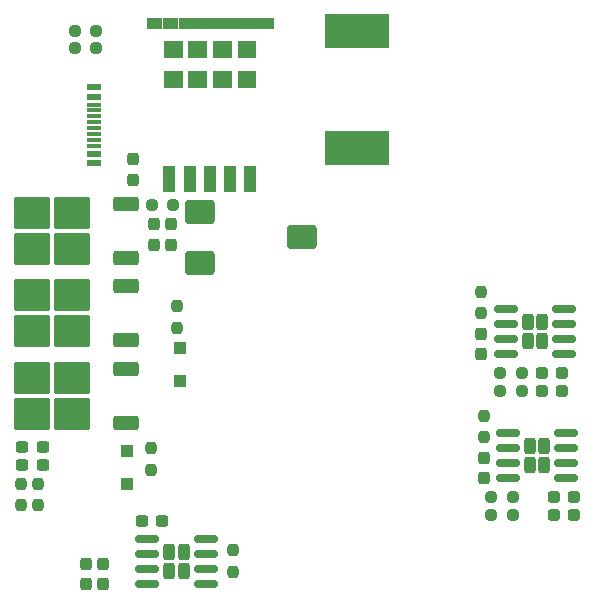
<source format=gbr>
%TF.GenerationSoftware,KiCad,Pcbnew,9.0.2*%
%TF.CreationDate,2025-10-13T00:09:24+02:00*%
%TF.ProjectId,STM32 RC AUTO,53544d33-3220-4524-9320-4155544f2e6b,rev?*%
%TF.SameCoordinates,Original*%
%TF.FileFunction,Paste,Top*%
%TF.FilePolarity,Positive*%
%FSLAX46Y46*%
G04 Gerber Fmt 4.6, Leading zero omitted, Abs format (unit mm)*
G04 Created by KiCad (PCBNEW 9.0.2) date 2025-10-13 00:09:24*
%MOMM*%
%LPD*%
G01*
G04 APERTURE LIST*
G04 Aperture macros list*
%AMRoundRect*
0 Rectangle with rounded corners*
0 $1 Rounding radius*
0 $2 $3 $4 $5 $6 $7 $8 $9 X,Y pos of 4 corners*
0 Add a 4 corners polygon primitive as box body*
4,1,4,$2,$3,$4,$5,$6,$7,$8,$9,$2,$3,0*
0 Add four circle primitives for the rounded corners*
1,1,$1+$1,$2,$3*
1,1,$1+$1,$4,$5*
1,1,$1+$1,$6,$7*
1,1,$1+$1,$8,$9*
0 Add four rect primitives between the rounded corners*
20,1,$1+$1,$2,$3,$4,$5,0*
20,1,$1+$1,$4,$5,$6,$7,0*
20,1,$1+$1,$6,$7,$8,$9,0*
20,1,$1+$1,$8,$9,$2,$3,0*%
G04 Aperture macros list end*
%ADD10C,0.010000*%
%ADD11R,1.070000X2.160000*%
%ADD12RoundRect,0.250000X-1.000000X-0.750000X1.000000X-0.750000X1.000000X0.750000X-1.000000X0.750000X0*%
%ADD13RoundRect,0.237500X0.250000X0.237500X-0.250000X0.237500X-0.250000X-0.237500X0.250000X-0.237500X0*%
%ADD14RoundRect,0.237500X-0.250000X-0.237500X0.250000X-0.237500X0.250000X0.237500X-0.250000X0.237500X0*%
%ADD15RoundRect,0.237500X-0.237500X0.287500X-0.237500X-0.287500X0.237500X-0.287500X0.237500X0.287500X0*%
%ADD16RoundRect,0.237500X-0.237500X0.250000X-0.237500X-0.250000X0.237500X-0.250000X0.237500X0.250000X0*%
%ADD17RoundRect,0.237500X0.237500X-0.250000X0.237500X0.250000X-0.237500X0.250000X-0.237500X-0.250000X0*%
%ADD18RoundRect,0.250000X0.300000X-0.300000X0.300000X0.300000X-0.300000X0.300000X-0.300000X-0.300000X0*%
%ADD19RoundRect,0.237500X0.287500X0.237500X-0.287500X0.237500X-0.287500X-0.237500X0.287500X-0.237500X0*%
%ADD20RoundRect,0.237500X-0.237500X0.300000X-0.237500X-0.300000X0.237500X-0.300000X0.237500X0.300000X0*%
%ADD21RoundRect,0.237500X0.300000X0.237500X-0.300000X0.237500X-0.300000X-0.237500X0.300000X-0.237500X0*%
%ADD22RoundRect,0.150000X-0.825000X-0.150000X0.825000X-0.150000X0.825000X0.150000X-0.825000X0.150000X0*%
%ADD23RoundRect,0.250000X-0.255000X-0.440000X0.255000X-0.440000X0.255000X0.440000X-0.255000X0.440000X0*%
%ADD24RoundRect,0.150000X0.825000X0.150000X-0.825000X0.150000X-0.825000X-0.150000X0.825000X-0.150000X0*%
%ADD25RoundRect,0.250000X0.255000X0.440000X-0.255000X0.440000X-0.255000X-0.440000X0.255000X-0.440000X0*%
%ADD26RoundRect,0.237500X-0.300000X-0.237500X0.300000X-0.237500X0.300000X0.237500X-0.300000X0.237500X0*%
%ADD27R,5.400000X2.900000*%
%ADD28RoundRect,0.250000X1.275000X1.125000X-1.275000X1.125000X-1.275000X-1.125000X1.275000X-1.125000X0*%
%ADD29RoundRect,0.250000X0.850000X0.350000X-0.850000X0.350000X-0.850000X-0.350000X0.850000X-0.350000X0*%
%ADD30R,1.240000X0.600000*%
%ADD31R,1.240000X0.300000*%
G04 APERTURE END LIST*
D10*
%TO.C,VR1*%
X66135000Y-101795000D02*
X64625000Y-101795000D01*
X64625000Y-100395000D01*
X66135000Y-100395000D01*
X66135000Y-101795000D01*
G36*
X66135000Y-101795000D02*
G01*
X64625000Y-101795000D01*
X64625000Y-100395000D01*
X66135000Y-100395000D01*
X66135000Y-101795000D01*
G37*
X68215000Y-101795000D02*
X66705000Y-101795000D01*
X66705000Y-100395000D01*
X68215000Y-100395000D01*
X68215000Y-101795000D01*
G36*
X68215000Y-101795000D02*
G01*
X66705000Y-101795000D01*
X66705000Y-100395000D01*
X68215000Y-100395000D01*
X68215000Y-101795000D01*
G37*
X70295000Y-101795000D02*
X68785000Y-101795000D01*
X68785000Y-100395000D01*
X70295000Y-100395000D01*
X70295000Y-101795000D01*
G36*
X70295000Y-101795000D02*
G01*
X68785000Y-101795000D01*
X68785000Y-100395000D01*
X70295000Y-100395000D01*
X70295000Y-101795000D01*
G37*
X72375000Y-101795000D02*
X70865000Y-101795000D01*
X70865000Y-100395000D01*
X72375000Y-100395000D01*
X72375000Y-101795000D01*
G36*
X72375000Y-101795000D02*
G01*
X70865000Y-101795000D01*
X70865000Y-100395000D01*
X72375000Y-100395000D01*
X72375000Y-101795000D01*
G37*
X66135000Y-99255000D02*
X64625000Y-99255000D01*
X64625000Y-97855000D01*
X66135000Y-97855000D01*
X66135000Y-99255000D01*
G36*
X66135000Y-99255000D02*
G01*
X64625000Y-99255000D01*
X64625000Y-97855000D01*
X66135000Y-97855000D01*
X66135000Y-99255000D01*
G37*
X68215000Y-99255000D02*
X66705000Y-99255000D01*
X66705000Y-97855000D01*
X68215000Y-97855000D01*
X68215000Y-99255000D01*
G36*
X68215000Y-99255000D02*
G01*
X66705000Y-99255000D01*
X66705000Y-97855000D01*
X68215000Y-97855000D01*
X68215000Y-99255000D01*
G37*
X70295000Y-99255000D02*
X68785000Y-99255000D01*
X68785000Y-97855000D01*
X70295000Y-97855000D01*
X70295000Y-99255000D01*
G36*
X70295000Y-99255000D02*
G01*
X68785000Y-99255000D01*
X68785000Y-97855000D01*
X70295000Y-97855000D01*
X70295000Y-99255000D01*
G37*
X72375000Y-99255000D02*
X70865000Y-99255000D01*
X70865000Y-97855000D01*
X72375000Y-97855000D01*
X72375000Y-99255000D01*
G36*
X72375000Y-99255000D02*
G01*
X70865000Y-99255000D01*
X70865000Y-97855000D01*
X72375000Y-97855000D01*
X72375000Y-99255000D01*
G37*
X64385000Y-96755000D02*
X63165000Y-96755000D01*
X63165000Y-95905000D01*
X64385000Y-95905000D01*
X64385000Y-96755000D01*
G36*
X64385000Y-96755000D02*
G01*
X63165000Y-96755000D01*
X63165000Y-95905000D01*
X64385000Y-95905000D01*
X64385000Y-96755000D01*
G37*
X65735000Y-96755000D02*
X64515000Y-96755000D01*
X64515000Y-95905000D01*
X65735000Y-95905000D01*
X65735000Y-96755000D01*
G36*
X65735000Y-96755000D02*
G01*
X64515000Y-96755000D01*
X64515000Y-95905000D01*
X65735000Y-95905000D01*
X65735000Y-96755000D01*
G37*
X67085000Y-96755000D02*
X65865000Y-96755000D01*
X65865000Y-95905000D01*
X67085000Y-95905000D01*
X67085000Y-96755000D01*
G36*
X67085000Y-96755000D02*
G01*
X65865000Y-96755000D01*
X65865000Y-95905000D01*
X67085000Y-95905000D01*
X67085000Y-96755000D01*
G37*
X68435000Y-96755000D02*
X67215000Y-96755000D01*
X67215000Y-95905000D01*
X68435000Y-95905000D01*
X68435000Y-96755000D01*
G36*
X68435000Y-96755000D02*
G01*
X67215000Y-96755000D01*
X67215000Y-95905000D01*
X68435000Y-95905000D01*
X68435000Y-96755000D01*
G37*
X69785000Y-96755000D02*
X68565000Y-96755000D01*
X68565000Y-95905000D01*
X69785000Y-95905000D01*
X69785000Y-96755000D01*
G36*
X69785000Y-96755000D02*
G01*
X68565000Y-96755000D01*
X68565000Y-95905000D01*
X69785000Y-95905000D01*
X69785000Y-96755000D01*
G37*
X71135000Y-96755000D02*
X69915000Y-96755000D01*
X69915000Y-95905000D01*
X71135000Y-95905000D01*
X71135000Y-96755000D01*
G36*
X71135000Y-96755000D02*
G01*
X69915000Y-96755000D01*
X69915000Y-95905000D01*
X71135000Y-95905000D01*
X71135000Y-96755000D01*
G37*
X72485000Y-96755000D02*
X71265000Y-96755000D01*
X71265000Y-95905000D01*
X72485000Y-95905000D01*
X72485000Y-96755000D01*
G36*
X72485000Y-96755000D02*
G01*
X71265000Y-96755000D01*
X71265000Y-95905000D01*
X72485000Y-95905000D01*
X72485000Y-96755000D01*
G37*
X73835000Y-96755000D02*
X72615000Y-96755000D01*
X72615000Y-95905000D01*
X73835000Y-95905000D01*
X73835000Y-96755000D01*
G36*
X73835000Y-96755000D02*
G01*
X72615000Y-96755000D01*
X72615000Y-95905000D01*
X73835000Y-95905000D01*
X73835000Y-96755000D01*
G37*
%TD*%
D11*
%TO.C,VR1*%
X71900000Y-109545000D03*
X70200000Y-109545000D03*
X68500000Y-109545000D03*
X66800000Y-109545000D03*
X65100000Y-109545000D03*
%TD*%
D12*
%TO.C,RV2*%
X67675000Y-112350000D03*
X76325000Y-114500000D03*
X67675000Y-116650000D03*
%TD*%
D13*
%TO.C,R1*%
X63587500Y-111750000D03*
X65412500Y-111750000D03*
%TD*%
D14*
%TO.C,R10*%
X94912500Y-126000000D03*
X93087500Y-126000000D03*
%TD*%
D15*
%TO.C,D1*%
X59500000Y-142125000D03*
X59500000Y-143875000D03*
%TD*%
D16*
%TO.C,R15*%
X63500000Y-132337500D03*
X63500000Y-134162500D03*
%TD*%
D17*
%TO.C,R14*%
X65750000Y-122162500D03*
X65750000Y-120337500D03*
%TD*%
%TO.C,R12*%
X91500000Y-120912500D03*
X91500000Y-119087500D03*
%TD*%
D14*
%TO.C,R11*%
X93087500Y-127500000D03*
X94912500Y-127500000D03*
%TD*%
D17*
%TO.C,R9*%
X91750000Y-131412500D03*
X91750000Y-129587500D03*
%TD*%
D13*
%TO.C,R8*%
X94162500Y-138000000D03*
X92337500Y-138000000D03*
%TD*%
%TO.C,R7*%
X94162500Y-136500000D03*
X92337500Y-136500000D03*
%TD*%
D16*
%TO.C,R6*%
X54000000Y-135337500D03*
X54000000Y-137162500D03*
%TD*%
%TO.C,R5*%
X52500000Y-135337500D03*
X52500000Y-137162500D03*
%TD*%
D17*
%TO.C,R4*%
X70500000Y-142825000D03*
X70500000Y-141000000D03*
%TD*%
D18*
%TO.C,D9*%
X66000000Y-126650000D03*
X66000000Y-123850000D03*
%TD*%
%TO.C,D8*%
X61500000Y-135400000D03*
X61500000Y-132600000D03*
%TD*%
D19*
%TO.C,D6*%
X98375000Y-127500000D03*
X96625000Y-127500000D03*
%TD*%
%TO.C,D5*%
X98375000Y-126000000D03*
X96625000Y-126000000D03*
%TD*%
%TO.C,D4*%
X99375000Y-138000000D03*
X97625000Y-138000000D03*
%TD*%
%TO.C,D3*%
X99375000Y-136500000D03*
X97625000Y-136500000D03*
%TD*%
D15*
%TO.C,D2*%
X58000000Y-142125000D03*
X58000000Y-143875000D03*
%TD*%
D20*
%TO.C,C4*%
X91500000Y-122637500D03*
X91500000Y-124362500D03*
%TD*%
%TO.C,C3*%
X91750000Y-133137500D03*
X91750000Y-134862500D03*
%TD*%
D21*
%TO.C,C2*%
X64475000Y-138500000D03*
X62750000Y-138500000D03*
%TD*%
D22*
%TO.C,U6*%
X98675000Y-131045000D03*
X98675000Y-132315000D03*
X98675000Y-133585000D03*
X98675000Y-134855000D03*
X93725000Y-134855000D03*
X93725000Y-133585000D03*
X93725000Y-132315000D03*
X93725000Y-131045000D03*
D23*
X96800000Y-133775000D03*
X96800000Y-132125000D03*
X95600000Y-133775000D03*
X95600000Y-132125000D03*
%TD*%
D24*
%TO.C,U3*%
X63225000Y-143855000D03*
X63225000Y-142585000D03*
X63225000Y-141315000D03*
X63225000Y-140045000D03*
X68175000Y-140045000D03*
X68175000Y-141315000D03*
X68175000Y-142585000D03*
X68175000Y-143855000D03*
D25*
X65100000Y-141125000D03*
X65100000Y-142775000D03*
X66300000Y-141125000D03*
X66300000Y-142775000D03*
%TD*%
D22*
%TO.C,U8*%
X98525000Y-120545000D03*
X98525000Y-121815000D03*
X98525000Y-123085000D03*
X98525000Y-124355000D03*
X93575000Y-124355000D03*
X93575000Y-123085000D03*
X93575000Y-121815000D03*
X93575000Y-120545000D03*
D23*
X96650000Y-123275000D03*
X96650000Y-121625000D03*
X95450000Y-123275000D03*
X95450000Y-121625000D03*
%TD*%
D20*
%TO.C,C9*%
X65250000Y-113387500D03*
X65250000Y-115112500D03*
%TD*%
%TO.C,C8*%
X63750000Y-113387500D03*
X63750000Y-115112500D03*
%TD*%
D21*
%TO.C,C6*%
X54362500Y-132250000D03*
X52637500Y-132250000D03*
%TD*%
D26*
%TO.C,C5*%
X52637500Y-133750000D03*
X54362500Y-133750000D03*
%TD*%
D27*
%TO.C,L1*%
X81000000Y-97050000D03*
X81000000Y-106950000D03*
%TD*%
D13*
%TO.C,R13*%
X58912500Y-98500000D03*
X57087500Y-98500000D03*
%TD*%
%TO.C,R2*%
X58912500Y-97000000D03*
X57087500Y-97000000D03*
%TD*%
D28*
%TO.C,U4*%
X56825000Y-122452500D03*
X56825000Y-119402500D03*
X53475000Y-122452500D03*
X53475000Y-119402500D03*
D29*
X61450000Y-123207500D03*
X61450000Y-118647500D03*
%TD*%
D20*
%TO.C,C1*%
X62000000Y-107887500D03*
X62000000Y-109612500D03*
%TD*%
D28*
%TO.C,U5*%
X56825000Y-129452500D03*
X56825000Y-126402500D03*
X53475000Y-129452500D03*
X53475000Y-126402500D03*
D29*
X61450000Y-130207500D03*
X61450000Y-125647500D03*
%TD*%
D30*
%TO.C,J1*%
X58725000Y-101800000D03*
X58725000Y-102600000D03*
D31*
X58725000Y-103750000D03*
X58725000Y-104750000D03*
X58725000Y-105250000D03*
X58725000Y-106250000D03*
D30*
X58725000Y-107400000D03*
X58725000Y-108200000D03*
X58725000Y-108200000D03*
X58725000Y-107400000D03*
D31*
X58725000Y-106750000D03*
X58725000Y-105750000D03*
X58725000Y-104250000D03*
X58725000Y-103250000D03*
D30*
X58725000Y-102600000D03*
X58725000Y-101800000D03*
%TD*%
D28*
%TO.C,U1*%
X56825000Y-115452500D03*
X56825000Y-112402500D03*
X53475000Y-115452500D03*
X53475000Y-112402500D03*
D29*
X61450000Y-116207500D03*
X61450000Y-111647500D03*
%TD*%
M02*

</source>
